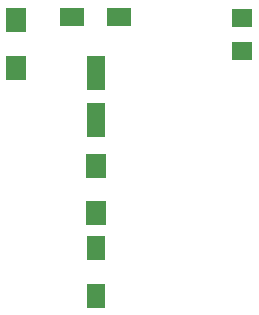
<source format=gtp>
G04 #@! TF.FileFunction,Paste,Top*
%FSLAX46Y46*%
G04 Gerber Fmt 4.6, Leading zero omitted, Abs format (unit mm)*
G04 Created by KiCad (PCBNEW (after 2015-mar-04 BZR unknown)-product) date 22/04/2015 13:56:25*
%MOMM*%
G01*
G04 APERTURE LIST*
%ADD10C,0.100000*%
%ADD11R,1.501140X2.999740*%
%ADD12R,2.000000X1.600000*%
%ADD13R,1.600000X2.000000*%
%ADD14R,1.800860X1.597660*%
%ADD15R,1.700000X2.000000*%
G04 APERTURE END LIST*
D10*
D11*
X129032000Y-61424820D03*
X129032000Y-65422780D03*
D12*
X131032000Y-56692800D03*
X127032000Y-56692800D03*
D13*
X129032000Y-76282800D03*
X129032000Y-80282800D03*
D14*
X141439900Y-59598560D03*
X141439900Y-56758840D03*
D15*
X122301000Y-56978800D03*
X122301000Y-60978800D03*
X129032000Y-73297800D03*
X129032000Y-69297800D03*
M02*

</source>
